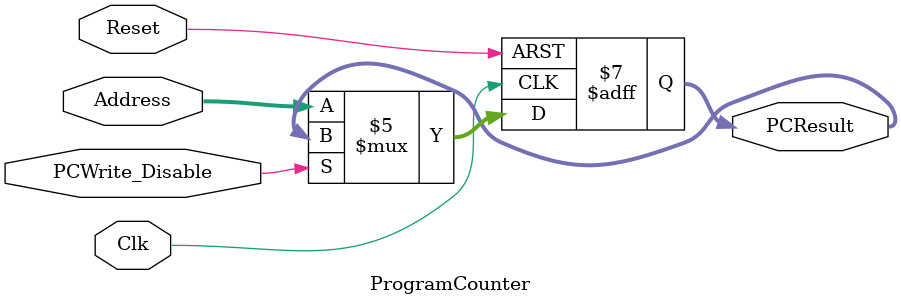
<source format=v>
`timescale 1ns / 1ps


module ProgramCounter(Address, PCResult, Reset, Clk, PCWrite_Disable);

	input [31:0] Address;
	input Reset, Clk;
	input PCWrite_Disable;
	
	output reg [31:0] PCResult;



	always @ (posedge Clk or posedge Reset) begin
		if (Reset == 1'b1) begin
			PCResult <= 32'h00000000;
		end
		else if(PCWrite_Disable == 1'b1) begin
			//Do nothing
		end
		else begin
			PCResult <= Address;
		end
	end 
endmodule


</source>
